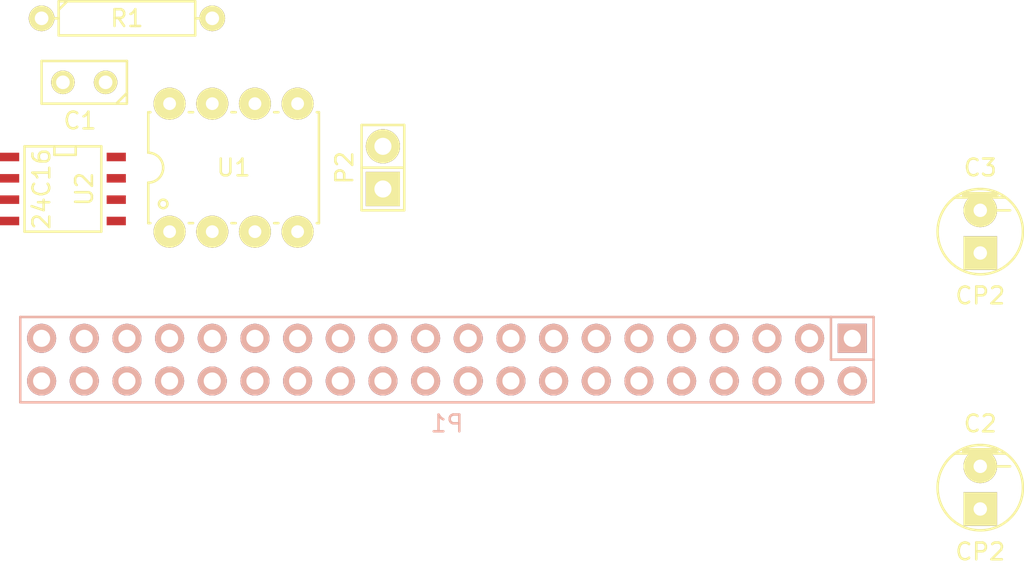
<source format=kicad_pcb>
(kicad_pcb (version 4) (host pcbnew "(2014-11-22 BZR 5299)-product")

  (general
    (links 34)
    (no_connects 34)
    (area 148.396238 87.554999 209.879001 121.679)
    (thickness 1.6)
    (drawings 0)
    (tracks 0)
    (zones 0)
    (modules 8)
    (nets 33)
  )

  (page A4)
  (layers
    (0 F.Cu signal)
    (31 B.Cu signal)
    (32 B.Adhes user)
    (33 F.Adhes user)
    (34 B.Paste user)
    (35 F.Paste user)
    (36 B.SilkS user)
    (37 F.SilkS user)
    (38 B.Mask user)
    (39 F.Mask user)
    (40 Dwgs.User user)
    (41 Cmts.User user)
    (42 Eco1.User user)
    (43 Eco2.User user)
    (44 Edge.Cuts user)
    (45 Margin user)
    (46 B.CrtYd user)
    (47 F.CrtYd user)
    (48 B.Fab user)
    (49 F.Fab user)
  )

  (setup
    (last_trace_width 0.254)
    (trace_clearance 0.254)
    (zone_clearance 0.508)
    (zone_45_only no)
    (trace_min 0.254)
    (segment_width 0.2)
    (edge_width 0.1)
    (via_size 0.889)
    (via_drill 0.635)
    (via_min_size 0.889)
    (via_min_drill 0.508)
    (uvia_size 0.508)
    (uvia_drill 0.127)
    (uvias_allowed no)
    (uvia_min_size 0.508)
    (uvia_min_drill 0.127)
    (pcb_text_width 0.3)
    (pcb_text_size 1.5 1.5)
    (mod_edge_width 0.15)
    (mod_text_size 1 1)
    (mod_text_width 0.15)
    (pad_size 1.5 1.5)
    (pad_drill 0.6)
    (pad_to_mask_clearance 0)
    (aux_axis_origin 0 0)
    (visible_elements FFFFFF7F)
    (pcbplotparams
      (layerselection 0x00030_80000001)
      (usegerberextensions false)
      (excludeedgelayer true)
      (linewidth 0.100000)
      (plotframeref false)
      (viasonmask false)
      (mode 1)
      (useauxorigin false)
      (hpglpennumber 1)
      (hpglpenspeed 20)
      (hpglpendiameter 15)
      (hpglpenoverlay 2)
      (psnegative false)
      (psa4output false)
      (plotreference true)
      (plotvalue true)
      (plotinvisibletext false)
      (padsonsilk false)
      (subtractmaskfromsilk false)
      (outputformat 1)
      (mirror false)
      (drillshape 1)
      (scaleselection 1)
      (outputdirectory ""))
  )

  (net 0 "")
  (net 1 +3.3V)
  (net 2 GND)
  (net 3 +5V)
  (net 4 "Net-(P1-Pad3)")
  (net 5 "Net-(P1-Pad5)")
  (net 6 "Net-(P1-Pad7)")
  (net 7 "Net-(P1-Pad8)")
  (net 8 "Net-(P1-Pad10)")
  (net 9 "Net-(P1-Pad11)")
  (net 10 "Net-(P1-Pad12)")
  (net 11 "Net-(P1-Pad13)")
  (net 12 "Net-(P1-Pad15)")
  (net 13 "Net-(P1-Pad16)")
  (net 14 "Net-(P1-Pad18)")
  (net 15 "Net-(P1-Pad19)")
  (net 16 "Net-(P1-Pad21)")
  (net 17 "Net-(P1-Pad22)")
  (net 18 "Net-(P1-Pad23)")
  (net 19 "Net-(P1-Pad24)")
  (net 20 "Net-(P1-Pad26)")
  (net 21 /EESDA)
  (net 22 /EESCL)
  (net 23 "Net-(P1-Pad29)")
  (net 24 "Net-(P1-Pad31)")
  (net 25 "Net-(P1-Pad32)")
  (net 26 "Net-(P1-Pad33)")
  (net 27 "Net-(P1-Pad35)")
  (net 28 "Net-(P1-Pad36)")
  (net 29 "Net-(P1-Pad37)")
  (net 30 "Net-(P1-Pad38)")
  (net 31 "Net-(P1-Pad40)")
  (net 32 "Net-(P2-Pad2)")

  (net_class Default "This is the default net class."
    (clearance 0.254)
    (trace_width 0.254)
    (via_dia 0.889)
    (via_drill 0.635)
    (uvia_dia 0.508)
    (uvia_drill 0.127)
    (add_net +3.3V)
    (add_net +5V)
    (add_net /EESCL)
    (add_net /EESDA)
    (add_net GND)
    (add_net "Net-(P1-Pad10)")
    (add_net "Net-(P1-Pad11)")
    (add_net "Net-(P1-Pad12)")
    (add_net "Net-(P1-Pad13)")
    (add_net "Net-(P1-Pad15)")
    (add_net "Net-(P1-Pad16)")
    (add_net "Net-(P1-Pad18)")
    (add_net "Net-(P1-Pad19)")
    (add_net "Net-(P1-Pad21)")
    (add_net "Net-(P1-Pad22)")
    (add_net "Net-(P1-Pad23)")
    (add_net "Net-(P1-Pad24)")
    (add_net "Net-(P1-Pad26)")
    (add_net "Net-(P1-Pad29)")
    (add_net "Net-(P1-Pad3)")
    (add_net "Net-(P1-Pad31)")
    (add_net "Net-(P1-Pad32)")
    (add_net "Net-(P1-Pad33)")
    (add_net "Net-(P1-Pad35)")
    (add_net "Net-(P1-Pad36)")
    (add_net "Net-(P1-Pad37)")
    (add_net "Net-(P1-Pad38)")
    (add_net "Net-(P1-Pad40)")
    (add_net "Net-(P1-Pad5)")
    (add_net "Net-(P1-Pad7)")
    (add_net "Net-(P1-Pad8)")
    (add_net "Net-(P2-Pad2)")
  )

  (module Discret:C1 (layer F.Cu) (tedit 5495D1F5) (tstamp 5495D1FF)
    (at 153.67 92.71 180)
    (descr "Condensateur e = 1 pas")
    (tags C)
    (path /54958890)
    (fp_text reference C1 (at 0.254 -2.286 180) (layer F.SilkS)
      (effects (font (size 1 1) (thickness 0.15)))
    )
    (fp_text value C (at 0 -2.286 180) (layer F.SilkS) hide
      (effects (font (size 1 1) (thickness 0.15)))
    )
    (fp_line (start -2.4892 -1.27) (end 2.54 -1.27) (layer F.SilkS) (width 0.15))
    (fp_line (start 2.54 -1.27) (end 2.54 1.27) (layer F.SilkS) (width 0.15))
    (fp_line (start 2.54 1.27) (end -2.54 1.27) (layer F.SilkS) (width 0.15))
    (fp_line (start -2.54 1.27) (end -2.54 -1.27) (layer F.SilkS) (width 0.15))
    (fp_line (start -2.54 -0.635) (end -1.905 -1.27) (layer F.SilkS) (width 0.15))
    (pad 1 thru_hole circle (at -1.27 0 180) (size 1.397 1.397) (drill 0.8128) (layers *.Cu *.Mask F.SilkS)
      (net 1 +3.3V))
    (pad 2 thru_hole circle (at 1.27 0 180) (size 1.397 1.397) (drill 0.8128) (layers *.Cu *.Mask F.SilkS)
      (net 2 GND))
    (model Discret/C1.wrl
      (at (xyz 0 0 0))
      (scale (xyz 1 1 1))
      (rotate (xyz 0 0 0))
    )
  )

  (module Capacitors_ThroughHole:Capacitor5x11RM2.5 (layer F.Cu) (tedit 5495D1F5) (tstamp 5495D205)
    (at 207.01 116.84)
    (descr "Capacitor, pol, cyl 5x11mm")
    (path /54958960)
    (fp_text reference C2 (at 0 -3.81) (layer F.SilkS)
      (effects (font (size 1 1) (thickness 0.15)))
    )
    (fp_text value CP2 (at 0 3.81) (layer F.SilkS)
      (effects (font (size 1 1) (thickness 0.15)))
    )
    (fp_line (start 0.889 -1.27) (end 1.778 -1.27) (layer F.SilkS) (width 0.15))
    (fp_line (start 1.016 -2.286) (end -1.016 -2.286) (layer F.SilkS) (width 0.15))
    (fp_line (start -1.016 -2.286) (end -1.016 -2.159) (layer F.SilkS) (width 0.15))
    (fp_line (start -1.016 -2.159) (end 1.016 -2.159) (layer F.SilkS) (width 0.15))
    (fp_line (start -1.524 -2.032) (end 1.524 -2.032) (layer F.SilkS) (width 0.15))
    (fp_circle (center 0 0) (end -2.54 0) (layer F.SilkS) (width 0.15))
    (pad 1 thru_hole rect (at 0 1.27) (size 1.99898 1.99898) (drill 0.8001) (layers *.Cu *.Mask F.SilkS)
      (net 1 +3.3V))
    (pad 2 thru_hole circle (at 0 -1.27) (size 1.99898 1.99898) (drill 0.8001) (layers *.Cu *.Mask F.SilkS)
      (net 2 GND))
    (model Capacitors_ThroughHole/Capacitor5x11RM2.5.wrl
      (at (xyz 0 0 0))
      (scale (xyz 1 1 1))
      (rotate (xyz 0 0 0))
    )
  )

  (module Capacitors_ThroughHole:Capacitor5x11RM2.5 (layer F.Cu) (tedit 5495D1F5) (tstamp 5495D20B)
    (at 207.01 101.6)
    (descr "Capacitor, pol, cyl 5x11mm")
    (path /54958DEC)
    (fp_text reference C3 (at 0 -3.81) (layer F.SilkS)
      (effects (font (size 1 1) (thickness 0.15)))
    )
    (fp_text value CP2 (at 0 3.81) (layer F.SilkS)
      (effects (font (size 1 1) (thickness 0.15)))
    )
    (fp_line (start 0.889 -1.27) (end 1.778 -1.27) (layer F.SilkS) (width 0.15))
    (fp_line (start 1.016 -2.286) (end -1.016 -2.286) (layer F.SilkS) (width 0.15))
    (fp_line (start -1.016 -2.286) (end -1.016 -2.159) (layer F.SilkS) (width 0.15))
    (fp_line (start -1.016 -2.159) (end 1.016 -2.159) (layer F.SilkS) (width 0.15))
    (fp_line (start -1.524 -2.032) (end 1.524 -2.032) (layer F.SilkS) (width 0.15))
    (fp_circle (center 0 0) (end -2.54 0) (layer F.SilkS) (width 0.15))
    (pad 1 thru_hole rect (at 0 1.27) (size 1.99898 1.99898) (drill 0.8001) (layers *.Cu *.Mask F.SilkS)
      (net 3 +5V))
    (pad 2 thru_hole circle (at 0 -1.27) (size 1.99898 1.99898) (drill 0.8001) (layers *.Cu *.Mask F.SilkS)
      (net 2 GND))
    (model Capacitors_ThroughHole/Capacitor5x11RM2.5.wrl
      (at (xyz 0 0 0))
      (scale (xyz 1 1 1))
      (rotate (xyz 0 0 0))
    )
  )

  (module Socket_Strips:Socket_Strip_Straight_2x20 (layer B.Cu) (tedit 5495D1F5) (tstamp 5495D237)
    (at 175.26 109.22)
    (descr "Through hole socket strip")
    (tags "socket strip")
    (path /5494ED49)
    (fp_text reference P1 (at 0 3.81) (layer B.SilkS)
      (effects (font (size 1 1) (thickness 0.15)) (justify mirror))
    )
    (fp_text value PiB+_IO (at 0 0) (layer B.SilkS) hide
      (effects (font (size 1 1) (thickness 0.15)) (justify mirror))
    )
    (fp_line (start -25.4 2.54) (end 25.4 2.54) (layer B.SilkS) (width 0.15))
    (fp_line (start 22.86 -2.54) (end -25.4 -2.54) (layer B.SilkS) (width 0.15))
    (fp_line (start -25.4 2.54) (end -25.4 -2.54) (layer B.SilkS) (width 0.15))
    (fp_line (start 25.4 2.54) (end 25.4 0) (layer B.SilkS) (width 0.15))
    (fp_line (start 25.4 -2.54) (end 22.86 -2.54) (layer B.SilkS) (width 0.15))
    (fp_line (start 25.4 0) (end 22.86 0) (layer B.SilkS) (width 0.15))
    (fp_line (start 22.86 0) (end 22.86 -2.54) (layer B.SilkS) (width 0.15))
    (fp_line (start 25.4 -2.54) (end 25.4 0) (layer B.SilkS) (width 0.15))
    (pad 1 thru_hole rect (at 24.13 -1.27 180) (size 1.7272 1.7272) (drill 1.016) (layers *.Cu *.Mask B.SilkS)
      (net 1 +3.3V))
    (pad 2 thru_hole oval (at 24.13 1.27 180) (size 1.7272 1.7272) (drill 1.016) (layers *.Cu *.Mask B.SilkS)
      (net 3 +5V))
    (pad 3 thru_hole oval (at 21.59 -1.27 180) (size 1.7272 1.7272) (drill 1.016) (layers *.Cu *.Mask B.SilkS)
      (net 4 "Net-(P1-Pad3)"))
    (pad 4 thru_hole oval (at 21.59 1.27 180) (size 1.7272 1.7272) (drill 1.016) (layers *.Cu *.Mask B.SilkS)
      (net 3 +5V))
    (pad 5 thru_hole oval (at 19.05 -1.27 180) (size 1.7272 1.7272) (drill 1.016) (layers *.Cu *.Mask B.SilkS)
      (net 5 "Net-(P1-Pad5)"))
    (pad 6 thru_hole oval (at 19.05 1.27 180) (size 1.7272 1.7272) (drill 1.016) (layers *.Cu *.Mask B.SilkS)
      (net 2 GND))
    (pad 7 thru_hole oval (at 16.51 -1.27 180) (size 1.7272 1.7272) (drill 1.016) (layers *.Cu *.Mask B.SilkS)
      (net 6 "Net-(P1-Pad7)"))
    (pad 8 thru_hole oval (at 16.51 1.27 180) (size 1.7272 1.7272) (drill 1.016) (layers *.Cu *.Mask B.SilkS)
      (net 7 "Net-(P1-Pad8)"))
    (pad 9 thru_hole oval (at 13.97 -1.27 180) (size 1.7272 1.7272) (drill 1.016) (layers *.Cu *.Mask B.SilkS)
      (net 2 GND))
    (pad 10 thru_hole oval (at 13.97 1.27 180) (size 1.7272 1.7272) (drill 1.016) (layers *.Cu *.Mask B.SilkS)
      (net 8 "Net-(P1-Pad10)"))
    (pad 11 thru_hole oval (at 11.43 -1.27 180) (size 1.7272 1.7272) (drill 1.016) (layers *.Cu *.Mask B.SilkS)
      (net 9 "Net-(P1-Pad11)"))
    (pad 12 thru_hole oval (at 11.43 1.27 180) (size 1.7272 1.7272) (drill 1.016) (layers *.Cu *.Mask B.SilkS)
      (net 10 "Net-(P1-Pad12)"))
    (pad 13 thru_hole oval (at 8.89 -1.27 180) (size 1.7272 1.7272) (drill 1.016) (layers *.Cu *.Mask B.SilkS)
      (net 11 "Net-(P1-Pad13)"))
    (pad 14 thru_hole oval (at 8.89 1.27 180) (size 1.7272 1.7272) (drill 1.016) (layers *.Cu *.Mask B.SilkS)
      (net 2 GND))
    (pad 15 thru_hole oval (at 6.35 -1.27 180) (size 1.7272 1.7272) (drill 1.016) (layers *.Cu *.Mask B.SilkS)
      (net 12 "Net-(P1-Pad15)"))
    (pad 16 thru_hole oval (at 6.35 1.27 180) (size 1.7272 1.7272) (drill 1.016) (layers *.Cu *.Mask B.SilkS)
      (net 13 "Net-(P1-Pad16)"))
    (pad 17 thru_hole oval (at 3.81 -1.27 180) (size 1.7272 1.7272) (drill 1.016) (layers *.Cu *.Mask B.SilkS)
      (net 1 +3.3V))
    (pad 18 thru_hole oval (at 3.81 1.27 180) (size 1.7272 1.7272) (drill 1.016) (layers *.Cu *.Mask B.SilkS)
      (net 14 "Net-(P1-Pad18)"))
    (pad 19 thru_hole oval (at 1.27 -1.27 180) (size 1.7272 1.7272) (drill 1.016) (layers *.Cu *.Mask B.SilkS)
      (net 15 "Net-(P1-Pad19)"))
    (pad 20 thru_hole oval (at 1.27 1.27 180) (size 1.7272 1.7272) (drill 1.016) (layers *.Cu *.Mask B.SilkS)
      (net 2 GND))
    (pad 21 thru_hole oval (at -1.27 -1.27 180) (size 1.7272 1.7272) (drill 1.016) (layers *.Cu *.Mask B.SilkS)
      (net 16 "Net-(P1-Pad21)"))
    (pad 22 thru_hole oval (at -1.27 1.27 180) (size 1.7272 1.7272) (drill 1.016) (layers *.Cu *.Mask B.SilkS)
      (net 17 "Net-(P1-Pad22)"))
    (pad 23 thru_hole oval (at -3.81 -1.27 180) (size 1.7272 1.7272) (drill 1.016) (layers *.Cu *.Mask B.SilkS)
      (net 18 "Net-(P1-Pad23)"))
    (pad 24 thru_hole oval (at -3.81 1.27 180) (size 1.7272 1.7272) (drill 1.016) (layers *.Cu *.Mask B.SilkS)
      (net 19 "Net-(P1-Pad24)"))
    (pad 25 thru_hole oval (at -6.35 -1.27 180) (size 1.7272 1.7272) (drill 1.016) (layers *.Cu *.Mask B.SilkS)
      (net 2 GND))
    (pad 26 thru_hole oval (at -6.35 1.27 180) (size 1.7272 1.7272) (drill 1.016) (layers *.Cu *.Mask B.SilkS)
      (net 20 "Net-(P1-Pad26)"))
    (pad 27 thru_hole oval (at -8.89 -1.27 180) (size 1.7272 1.7272) (drill 1.016) (layers *.Cu *.Mask B.SilkS)
      (net 21 /EESDA))
    (pad 28 thru_hole oval (at -8.89 1.27 180) (size 1.7272 1.7272) (drill 1.016) (layers *.Cu *.Mask B.SilkS)
      (net 22 /EESCL))
    (pad 29 thru_hole oval (at -11.43 -1.27 180) (size 1.7272 1.7272) (drill 1.016) (layers *.Cu *.Mask B.SilkS)
      (net 23 "Net-(P1-Pad29)"))
    (pad 30 thru_hole oval (at -11.43 1.27 180) (size 1.7272 1.7272) (drill 1.016) (layers *.Cu *.Mask B.SilkS)
      (net 2 GND))
    (pad 31 thru_hole oval (at -13.97 -1.27 180) (size 1.7272 1.7272) (drill 1.016) (layers *.Cu *.Mask B.SilkS)
      (net 24 "Net-(P1-Pad31)"))
    (pad 32 thru_hole oval (at -13.97 1.27 180) (size 1.7272 1.7272) (drill 1.016) (layers *.Cu *.Mask B.SilkS)
      (net 25 "Net-(P1-Pad32)"))
    (pad 33 thru_hole oval (at -16.51 -1.27 180) (size 1.7272 1.7272) (drill 1.016) (layers *.Cu *.Mask B.SilkS)
      (net 26 "Net-(P1-Pad33)"))
    (pad 34 thru_hole oval (at -16.51 1.27 180) (size 1.7272 1.7272) (drill 1.016) (layers *.Cu *.Mask B.SilkS)
      (net 2 GND))
    (pad 35 thru_hole oval (at -19.05 -1.27 180) (size 1.7272 1.7272) (drill 1.016) (layers *.Cu *.Mask B.SilkS)
      (net 27 "Net-(P1-Pad35)"))
    (pad 36 thru_hole oval (at -19.05 1.27 180) (size 1.7272 1.7272) (drill 1.016) (layers *.Cu *.Mask B.SilkS)
      (net 28 "Net-(P1-Pad36)"))
    (pad 37 thru_hole oval (at -21.59 -1.27 180) (size 1.7272 1.7272) (drill 1.016) (layers *.Cu *.Mask B.SilkS)
      (net 29 "Net-(P1-Pad37)"))
    (pad 38 thru_hole oval (at -21.59 1.27 180) (size 1.7272 1.7272) (drill 1.016) (layers *.Cu *.Mask B.SilkS)
      (net 30 "Net-(P1-Pad38)"))
    (pad 39 thru_hole oval (at -24.13 -1.27 180) (size 1.7272 1.7272) (drill 1.016) (layers *.Cu *.Mask B.SilkS)
      (net 2 GND))
    (pad 40 thru_hole oval (at -24.13 1.27 180) (size 1.7272 1.7272) (drill 1.016) (layers *.Cu *.Mask B.SilkS)
      (net 31 "Net-(P1-Pad40)"))
    (model Socket_Strips/Socket_Strip_Straight_2x20.wrl
      (at (xyz 0 0 0))
      (scale (xyz 1 1 1))
      (rotate (xyz 0 0 0))
    )
  )

  (module Pin_Headers:Pin_Header_Straight_1x02 (layer F.Cu) (tedit 5495D1F5) (tstamp 5495D23D)
    (at 171.45 97.79 90)
    (descr "Through hole pin header")
    (tags "pin header")
    (path /5494EFFA)
    (fp_text reference P2 (at 0 -2.286 90) (layer F.SilkS)
      (effects (font (size 1 1) (thickness 0.15)))
    )
    (fp_text value CONN_01X02 (at 0 0 90) (layer F.SilkS) hide
      (effects (font (size 1 1) (thickness 0.15)))
    )
    (fp_line (start 0 -1.27) (end 0 1.27) (layer F.SilkS) (width 0.15))
    (fp_line (start -2.54 -1.27) (end -2.54 1.27) (layer F.SilkS) (width 0.15))
    (fp_line (start -2.54 1.27) (end 0 1.27) (layer F.SilkS) (width 0.15))
    (fp_line (start 0 1.27) (end 2.54 1.27) (layer F.SilkS) (width 0.15))
    (fp_line (start 2.54 1.27) (end 2.54 -1.27) (layer F.SilkS) (width 0.15))
    (fp_line (start 2.54 -1.27) (end -2.54 -1.27) (layer F.SilkS) (width 0.15))
    (pad 1 thru_hole rect (at -1.27 0 90) (size 2.032 2.032) (drill 1.016) (layers *.Cu *.Mask F.SilkS)
      (net 2 GND))
    (pad 2 thru_hole oval (at 1.27 0 90) (size 2.032 2.032) (drill 1.016) (layers *.Cu *.Mask F.SilkS)
      (net 32 "Net-(P2-Pad2)"))
    (model Pin_Headers/Pin_Header_Straight_1x02.wrl
      (at (xyz 0 0 0))
      (scale (xyz 1 1 1))
      (rotate (xyz 0 0 0))
    )
  )

  (module Discret:R4 (layer F.Cu) (tedit 5495D1F5) (tstamp 5495D243)
    (at 156.21 88.9)
    (descr "Resitance 4 pas")
    (tags R)
    (path /549588E9)
    (autoplace_cost180 10)
    (fp_text reference R1 (at 0 0) (layer F.SilkS)
      (effects (font (size 1 1) (thickness 0.15)))
    )
    (fp_text value 1K (at 0 0) (layer F.SilkS) hide
      (effects (font (size 1 1) (thickness 0.15)))
    )
    (fp_line (start -5.08 0) (end -4.064 0) (layer F.SilkS) (width 0.15))
    (fp_line (start -4.064 0) (end -4.064 -1.016) (layer F.SilkS) (width 0.15))
    (fp_line (start -4.064 -1.016) (end 4.064 -1.016) (layer F.SilkS) (width 0.15))
    (fp_line (start 4.064 -1.016) (end 4.064 1.016) (layer F.SilkS) (width 0.15))
    (fp_line (start 4.064 1.016) (end -4.064 1.016) (layer F.SilkS) (width 0.15))
    (fp_line (start -4.064 1.016) (end -4.064 0) (layer F.SilkS) (width 0.15))
    (fp_line (start -4.064 -0.508) (end -3.556 -1.016) (layer F.SilkS) (width 0.15))
    (fp_line (start 5.08 0) (end 4.064 0) (layer F.SilkS) (width 0.15))
    (pad 1 thru_hole circle (at -5.08 0) (size 1.524 1.524) (drill 0.8128) (layers *.Cu *.Mask F.SilkS)
      (net 1 +3.3V))
    (pad 2 thru_hole circle (at 5.08 0) (size 1.524 1.524) (drill 0.8128) (layers *.Cu *.Mask F.SilkS)
      (net 32 "Net-(P2-Pad2)"))
    (model Discret/R4.wrl
      (at (xyz 0 0 0))
      (scale (xyz 0.4 0.4 0.4))
      (rotate (xyz 0 0 0))
    )
  )

  (module Power_Integrations:PDIP-8 (layer F.Cu) (tedit 5495D1F5) (tstamp 5495D24F)
    (at 162.56 97.79)
    (descr "PDIP-8 Standard 300mil 8pin Dual In Line Package")
    (tags "Power Integrations P Package")
    (path /549591E3)
    (fp_text reference U1 (at 0 0) (layer F.SilkS)
      (effects (font (size 1 1) (thickness 0.15)))
    )
    (fp_text value 24C16 (at 0 0) (layer F.SilkS) hide
      (effects (font (size 1 1) (thickness 0.15)))
    )
    (fp_line (start -5.08 0.889) (end -5.08 3.302) (layer F.SilkS) (width 0.15))
    (fp_line (start -5.08 -0.889) (end -5.08 -3.302) (layer F.SilkS) (width 0.15))
    (fp_arc (start -5.08 0) (end -4.191 0) (angle 90) (layer F.SilkS) (width 0.15))
    (fp_arc (start -5.08 0) (end -5.08 -0.889) (angle 90) (layer F.SilkS) (width 0.15))
    (fp_circle (center -4.191 2.159) (end -3.937 2.159) (layer F.SilkS) (width 0.15))
    (fp_line (start 5.08 3.302) (end 4.953 3.302) (layer F.SilkS) (width 0.15))
    (fp_line (start 2.413 3.302) (end 2.667 3.302) (layer F.SilkS) (width 0.15))
    (fp_line (start -0.127 3.302) (end 0.127 3.302) (layer F.SilkS) (width 0.15))
    (fp_line (start -2.667 3.302) (end -2.413 3.302) (layer F.SilkS) (width 0.15))
    (fp_line (start -5.08 3.302) (end -4.953 3.302) (layer F.SilkS) (width 0.15))
    (fp_line (start -5.08 -3.302) (end -4.953 -3.302) (layer F.SilkS) (width 0.15))
    (fp_line (start 5.08 -3.302) (end 4.953 -3.302) (layer F.SilkS) (width 0.15))
    (fp_line (start 2.413 -3.302) (end 2.667 -3.302) (layer F.SilkS) (width 0.15))
    (fp_line (start -0.127 -3.302) (end 0.127 -3.302) (layer F.SilkS) (width 0.15))
    (fp_line (start -2.667 -3.302) (end -2.413 -3.302) (layer F.SilkS) (width 0.15))
    (fp_line (start 5.08 3.302) (end 5.08 -3.302) (layer F.SilkS) (width 0.15))
    (pad 1 thru_hole circle (at -3.81 3.81) (size 1.905 1.905) (drill 0.762) (layers *.Cu *.Mask F.SilkS)
      (net 2 GND))
    (pad 2 thru_hole circle (at -1.27 3.81) (size 1.905 1.905) (drill 0.762) (layers *.Cu *.Mask F.SilkS)
      (net 2 GND))
    (pad 3 thru_hole circle (at 1.27 3.81) (size 1.905 1.905) (drill 0.762) (layers *.Cu *.Mask F.SilkS)
      (net 2 GND))
    (pad 4 thru_hole circle (at 3.81 3.81) (size 1.905 1.905) (drill 0.762) (layers *.Cu *.Mask F.SilkS)
      (net 2 GND))
    (pad 5 thru_hole circle (at 3.81 -3.81) (size 1.905 1.905) (drill 0.762) (layers *.Cu *.Mask F.SilkS)
      (net 21 /EESDA))
    (pad 6 thru_hole circle (at 1.27 -3.81) (size 1.905 1.905) (drill 0.762) (layers *.Cu *.Mask F.SilkS)
      (net 22 /EESCL))
    (pad 7 thru_hole circle (at -1.27 -3.81) (size 1.905 1.905) (drill 0.762) (layers *.Cu *.Mask F.SilkS)
      (net 32 "Net-(P2-Pad2)"))
    (pad 8 thru_hole circle (at -3.81 -3.81) (size 1.905 1.905) (drill 0.762) (layers *.Cu *.Mask F.SilkS)
      (net 1 +3.3V))
  )

  (module SMD_Packages:SOIC-8-N (layer F.Cu) (tedit 5495D1F5) (tstamp 5495D25B)
    (at 152.4 99.06 270)
    (descr "Module Narrow CMS SOJ 8 pins large")
    (tags "CMS SOJ")
    (path /54959212)
    (attr smd)
    (fp_text reference U2 (at 0 -1.27 270) (layer F.SilkS)
      (effects (font (size 1 1) (thickness 0.15)))
    )
    (fp_text value 24C16 (at 0 1.27 270) (layer F.SilkS)
      (effects (font (size 1 1) (thickness 0.15)))
    )
    (fp_line (start -2.54 -2.286) (end 2.54 -2.286) (layer F.SilkS) (width 0.15))
    (fp_line (start 2.54 -2.286) (end 2.54 2.286) (layer F.SilkS) (width 0.15))
    (fp_line (start 2.54 2.286) (end -2.54 2.286) (layer F.SilkS) (width 0.15))
    (fp_line (start -2.54 2.286) (end -2.54 -2.286) (layer F.SilkS) (width 0.15))
    (fp_line (start -2.54 -0.762) (end -2.032 -0.762) (layer F.SilkS) (width 0.15))
    (fp_line (start -2.032 -0.762) (end -2.032 0.508) (layer F.SilkS) (width 0.15))
    (fp_line (start -2.032 0.508) (end -2.54 0.508) (layer F.SilkS) (width 0.15))
    (pad 8 smd rect (at -1.905 -3.175 270) (size 0.508 1.143) (layers F.Cu F.Paste F.Mask)
      (net 1 +3.3V))
    (pad 7 smd rect (at -0.635 -3.175 270) (size 0.508 1.143) (layers F.Cu F.Paste F.Mask)
      (net 32 "Net-(P2-Pad2)"))
    (pad 6 smd rect (at 0.635 -3.175 270) (size 0.508 1.143) (layers F.Cu F.Paste F.Mask)
      (net 22 /EESCL))
    (pad 5 smd rect (at 1.905 -3.175 270) (size 0.508 1.143) (layers F.Cu F.Paste F.Mask)
      (net 21 /EESDA))
    (pad 4 smd rect (at 1.905 3.175 270) (size 0.508 1.143) (layers F.Cu F.Paste F.Mask)
      (net 2 GND))
    (pad 3 smd rect (at 0.635 3.175 270) (size 0.508 1.143) (layers F.Cu F.Paste F.Mask)
      (net 2 GND))
    (pad 2 smd rect (at -0.635 3.175 270) (size 0.508 1.143) (layers F.Cu F.Paste F.Mask)
      (net 2 GND))
    (pad 1 smd rect (at -1.905 3.175 270) (size 0.508 1.143) (layers F.Cu F.Paste F.Mask)
      (net 2 GND))
    (model SMD_Packages/SOIC-8-N.wrl
      (at (xyz 0 0 0))
      (scale (xyz 0.5 0.38 0.5))
      (rotate (xyz 0 0 0))
    )
  )

)

</source>
